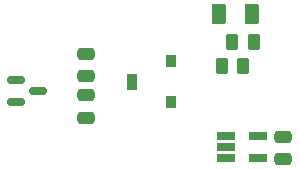
<source format=gbr>
%TF.GenerationSoftware,KiCad,Pcbnew,(6.0.8-1)-1*%
%TF.CreationDate,2022-12-20T12:21:06-06:00*%
%TF.ProjectId,HallEffectSensor,48616c6c-4566-4666-9563-7453656e736f,rev?*%
%TF.SameCoordinates,Original*%
%TF.FileFunction,Paste,Top*%
%TF.FilePolarity,Positive*%
%FSLAX46Y46*%
G04 Gerber Fmt 4.6, Leading zero omitted, Abs format (unit mm)*
G04 Created by KiCad (PCBNEW (6.0.8-1)-1) date 2022-12-20 12:21:06*
%MOMM*%
%LPD*%
G01*
G04 APERTURE LIST*
G04 Aperture macros list*
%AMRoundRect*
0 Rectangle with rounded corners*
0 $1 Rounding radius*
0 $2 $3 $4 $5 $6 $7 $8 $9 X,Y pos of 4 corners*
0 Add a 4 corners polygon primitive as box body*
4,1,4,$2,$3,$4,$5,$6,$7,$8,$9,$2,$3,0*
0 Add four circle primitives for the rounded corners*
1,1,$1+$1,$2,$3*
1,1,$1+$1,$4,$5*
1,1,$1+$1,$6,$7*
1,1,$1+$1,$8,$9*
0 Add four rect primitives between the rounded corners*
20,1,$1+$1,$2,$3,$4,$5,0*
20,1,$1+$1,$4,$5,$6,$7,0*
20,1,$1+$1,$6,$7,$8,$9,0*
20,1,$1+$1,$8,$9,$2,$3,0*%
G04 Aperture macros list end*
%ADD10RoundRect,0.250000X-0.475000X0.250000X-0.475000X-0.250000X0.475000X-0.250000X0.475000X0.250000X0*%
%ADD11RoundRect,0.250000X0.375000X0.625000X-0.375000X0.625000X-0.375000X-0.625000X0.375000X-0.625000X0*%
%ADD12RoundRect,0.250000X-0.262500X-0.450000X0.262500X-0.450000X0.262500X0.450000X-0.262500X0.450000X0*%
%ADD13RoundRect,0.250000X0.262500X0.450000X-0.262500X0.450000X-0.262500X-0.450000X0.262500X-0.450000X0*%
%ADD14R,0.900000X1.100000*%
%ADD15R,0.900000X1.400000*%
%ADD16R,1.560000X0.650000*%
%ADD17RoundRect,0.250000X0.475000X-0.250000X0.475000X0.250000X-0.475000X0.250000X-0.475000X-0.250000X0*%
%ADD18RoundRect,0.150000X-0.587500X-0.150000X0.587500X-0.150000X0.587500X0.150000X-0.587500X0.150000X0*%
G04 APERTURE END LIST*
D10*
%TO.C,C3*%
X154800000Y-98250000D03*
X154800000Y-100150000D03*
%TD*%
D11*
%TO.C,D1*%
X152187500Y-87900000D03*
X149387500Y-87900000D03*
%TD*%
D12*
%TO.C,R2*%
X149587500Y-92300000D03*
X151412500Y-92300000D03*
%TD*%
D13*
%TO.C,R1*%
X152287500Y-90200000D03*
X150462500Y-90200000D03*
%TD*%
D10*
%TO.C,C1*%
X138100000Y-91250000D03*
X138100000Y-93150000D03*
%TD*%
D14*
%TO.C,RV1*%
X145300000Y-91850000D03*
D15*
X142000000Y-93600000D03*
D14*
X145300000Y-95350000D03*
%TD*%
D16*
%TO.C,U2*%
X149950000Y-98200000D03*
X149950000Y-99150000D03*
X149950000Y-100100000D03*
X152650000Y-100100000D03*
X152650000Y-98200000D03*
%TD*%
D17*
%TO.C,C2*%
X138100000Y-96650000D03*
X138100000Y-94750000D03*
%TD*%
D18*
%TO.C,U1*%
X132162500Y-93450000D03*
X132162500Y-95350000D03*
X134037500Y-94400000D03*
%TD*%
M02*

</source>
